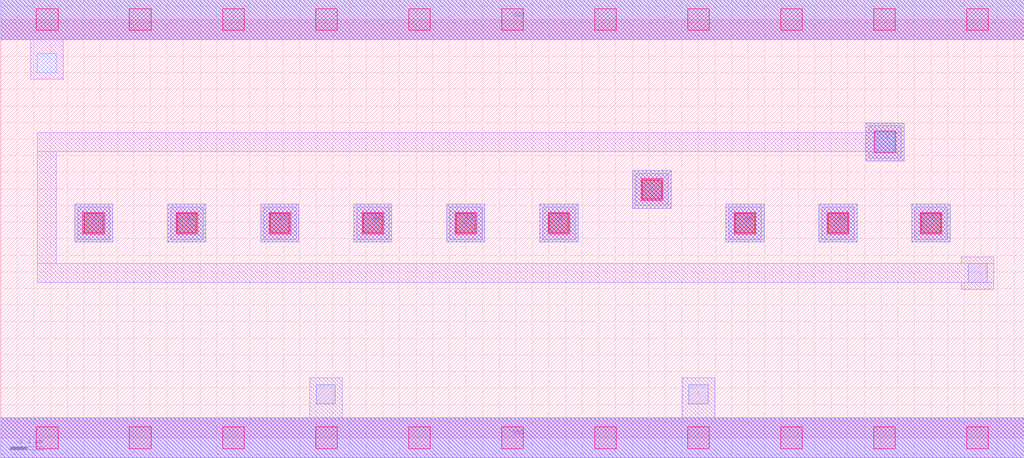
<source format=lef>
MACRO AAAOI333
 CLASS CORE ;
 FOREIGN AAAOI333 0 0 ;
 SIZE 12.32 BY 5.04 ;
 ORIGIN 0 0 ;
 SYMMETRY X Y R90 ;
 SITE unit ;
  PIN VDD
   DIRECTION INOUT ;
   USE POWER ;
   SHAPE ABUTMENT ;
    PORT
     CLASS CORE ;
       LAYER met1 ;
        RECT 0.00000000 4.80000000 12.32000000 5.28000000 ;
       LAYER met2 ;
        RECT 0.00000000 4.80000000 12.32000000 5.28000000 ;
    END
  END VDD

  PIN GND
   DIRECTION INOUT ;
   USE POWER ;
   SHAPE ABUTMENT ;
    PORT
     CLASS CORE ;
       LAYER met1 ;
        RECT 0.00000000 -0.24000000 12.32000000 0.24000000 ;
       LAYER met2 ;
        RECT 0.00000000 -0.24000000 12.32000000 0.24000000 ;
    END
  END GND

  PIN Y
   DIRECTION INOUT ;
   USE SIGNAL ;
   SHAPE ABUTMENT ;
    PORT
     CLASS CORE ;
       LAYER met2 ;
        RECT 10.41500000 3.33500000 10.87500000 3.79500000 ;
    END
  END Y

  PIN C
   DIRECTION INOUT ;
   USE SIGNAL ;
   SHAPE ABUTMENT ;
    PORT
     CLASS CORE ;
       LAYER met2 ;
        RECT 0.89000000 2.35700000 1.35000000 2.81700000 ;
    END
  END C

  PIN A1
   DIRECTION INOUT ;
   USE SIGNAL ;
   SHAPE ABUTMENT ;
    PORT
     CLASS CORE ;
       LAYER met2 ;
        RECT 9.85000000 2.35700000 10.31000000 2.81700000 ;
    END
  END A1

  PIN B2
   DIRECTION INOUT ;
   USE SIGNAL ;
   SHAPE ABUTMENT ;
    PORT
     CLASS CORE ;
       LAYER met2 ;
        RECT 4.25000000 2.35700000 4.71000000 2.81700000 ;
    END
  END B2

  PIN A
   DIRECTION INOUT ;
   USE SIGNAL ;
   SHAPE ABUTMENT ;
    PORT
     CLASS CORE ;
       LAYER met2 ;
        RECT 7.61000000 2.76200000 8.07000000 3.22200000 ;
       LAYER met2 ;
        RECT 10.97000000 2.35700000 11.43000000 2.81700000 ;
    END
  END A

  PIN B
   DIRECTION INOUT ;
   USE SIGNAL ;
   SHAPE ABUTMENT ;
    PORT
     CLASS CORE ;
       LAYER met2 ;
        RECT 6.49000000 2.35700000 6.95000000 2.81700000 ;
    END
  END B

  PIN C1
   DIRECTION INOUT ;
   USE SIGNAL ;
   SHAPE ABUTMENT ;
    PORT
     CLASS CORE ;
       LAYER met2 ;
        RECT 2.01000000 2.35700000 2.47000000 2.81700000 ;
    END
  END C1

  PIN C2
   DIRECTION INOUT ;
   USE SIGNAL ;
   SHAPE ABUTMENT ;
    PORT
     CLASS CORE ;
       LAYER met2 ;
        RECT 3.13000000 2.35700000 3.59000000 2.81700000 ;
    END
  END C2

  PIN B1
   DIRECTION INOUT ;
   USE SIGNAL ;
   SHAPE ABUTMENT ;
    PORT
     CLASS CORE ;
       LAYER met2 ;
        RECT 5.37000000 2.35700000 5.83000000 2.81700000 ;
    END
  END B1

  PIN A2
   DIRECTION INOUT ;
   USE SIGNAL ;
   SHAPE ABUTMENT ;
    PORT
     CLASS CORE ;
       LAYER met2 ;
        RECT 8.73000000 2.35700000 9.19000000 2.81700000 ;
    END
  END A2

 OBS
    LAYER polycont ;
     RECT 1.00500000 2.47200000 1.23500000 2.70200000 ;
     RECT 2.12500000 2.47200000 2.35500000 2.70200000 ;
     RECT 3.24500000 2.47200000 3.47500000 2.70200000 ;
     RECT 4.36500000 2.47200000 4.59500000 2.70200000 ;
     RECT 5.48500000 2.47200000 5.71500000 2.70200000 ;
     RECT 6.60500000 2.47200000 6.83500000 2.70200000 ;
     RECT 8.84500000 2.47200000 9.07500000 2.70200000 ;
     RECT 9.96500000 2.47200000 10.19500000 2.70200000 ;
     RECT 11.08500000 2.47200000 11.31500000 2.70200000 ;
     RECT 7.72500000 2.87700000 7.95500000 3.10700000 ;

    LAYER pdiffc ;
     RECT 10.53000000 3.45000000 10.76000000 3.68000000 ;
     RECT 0.44000000 4.40000000 0.67000000 4.63000000 ;

    LAYER ndiffc ;
     RECT 3.80000000 0.41000000 4.03000000 0.64000000 ;
     RECT 8.28500000 0.41000000 8.51500000 0.64000000 ;
     RECT 11.64500000 1.87000000 11.87500000 2.10000000 ;

    LAYER met1 ;
     RECT 0.00000000 -0.24000000 12.32000000 0.24000000 ;
     RECT 3.72000000 0.24000000 4.11000000 0.72000000 ;
     RECT 8.20500000 0.24000000 8.59500000 0.72000000 ;
     RECT 0.92500000 2.39200000 1.31500000 2.78200000 ;
     RECT 2.04500000 2.39200000 2.43500000 2.78200000 ;
     RECT 3.16500000 2.39200000 3.55500000 2.78200000 ;
     RECT 4.28500000 2.39200000 4.67500000 2.78200000 ;
     RECT 5.40500000 2.39200000 5.79500000 2.78200000 ;
     RECT 6.52500000 2.39200000 6.91500000 2.78200000 ;
     RECT 8.76500000 2.39200000 9.15500000 2.78200000 ;
     RECT 9.88500000 2.39200000 10.27500000 2.78200000 ;
     RECT 11.00500000 2.39200000 11.39500000 2.78200000 ;
     RECT 7.64500000 2.79700000 8.03500000 3.18700000 ;
     RECT 11.56500000 1.79000000 11.95500000 1.87000000 ;
     RECT 0.44000000 1.87000000 11.95500000 2.10000000 ;
     RECT 11.56500000 2.10000000 11.95500000 2.18000000 ;
     RECT 0.44000000 2.10000000 0.67000000 3.45000000 ;
     RECT 10.45000000 3.37000000 10.84000000 3.45000000 ;
     RECT 0.44000000 3.45000000 10.84000000 3.68000000 ;
     RECT 10.45000000 3.68000000 10.84000000 3.76000000 ;
     RECT 0.36000000 4.32000000 0.75000000 4.80000000 ;
     RECT 0.00000000 4.80000000 12.32000000 5.28000000 ;

    LAYER via1 ;
     RECT 0.43000000 -0.13000000 0.69000000 0.13000000 ;
     RECT 1.55000000 -0.13000000 1.81000000 0.13000000 ;
     RECT 2.67000000 -0.13000000 2.93000000 0.13000000 ;
     RECT 3.79000000 -0.13000000 4.05000000 0.13000000 ;
     RECT 4.91000000 -0.13000000 5.17000000 0.13000000 ;
     RECT 6.03000000 -0.13000000 6.29000000 0.13000000 ;
     RECT 7.15000000 -0.13000000 7.41000000 0.13000000 ;
     RECT 8.27000000 -0.13000000 8.53000000 0.13000000 ;
     RECT 9.39000000 -0.13000000 9.65000000 0.13000000 ;
     RECT 10.51000000 -0.13000000 10.77000000 0.13000000 ;
     RECT 11.63000000 -0.13000000 11.89000000 0.13000000 ;
     RECT 0.99000000 2.45700000 1.25000000 2.71700000 ;
     RECT 2.11000000 2.45700000 2.37000000 2.71700000 ;
     RECT 3.23000000 2.45700000 3.49000000 2.71700000 ;
     RECT 4.35000000 2.45700000 4.61000000 2.71700000 ;
     RECT 5.47000000 2.45700000 5.73000000 2.71700000 ;
     RECT 6.59000000 2.45700000 6.85000000 2.71700000 ;
     RECT 8.83000000 2.45700000 9.09000000 2.71700000 ;
     RECT 9.95000000 2.45700000 10.21000000 2.71700000 ;
     RECT 11.07000000 2.45700000 11.33000000 2.71700000 ;
     RECT 7.71000000 2.86200000 7.97000000 3.12200000 ;
     RECT 10.51500000 3.43500000 10.77500000 3.69500000 ;
     RECT 0.43000000 4.91000000 0.69000000 5.17000000 ;
     RECT 1.55000000 4.91000000 1.81000000 5.17000000 ;
     RECT 2.67000000 4.91000000 2.93000000 5.17000000 ;
     RECT 3.79000000 4.91000000 4.05000000 5.17000000 ;
     RECT 4.91000000 4.91000000 5.17000000 5.17000000 ;
     RECT 6.03000000 4.91000000 6.29000000 5.17000000 ;
     RECT 7.15000000 4.91000000 7.41000000 5.17000000 ;
     RECT 8.27000000 4.91000000 8.53000000 5.17000000 ;
     RECT 9.39000000 4.91000000 9.65000000 5.17000000 ;
     RECT 10.51000000 4.91000000 10.77000000 5.17000000 ;
     RECT 11.63000000 4.91000000 11.89000000 5.17000000 ;

    LAYER met2 ;
     RECT 0.00000000 -0.24000000 12.32000000 0.24000000 ;
     RECT 0.89000000 2.35700000 1.35000000 2.81700000 ;
     RECT 2.01000000 2.35700000 2.47000000 2.81700000 ;
     RECT 3.13000000 2.35700000 3.59000000 2.81700000 ;
     RECT 4.25000000 2.35700000 4.71000000 2.81700000 ;
     RECT 5.37000000 2.35700000 5.83000000 2.81700000 ;
     RECT 6.49000000 2.35700000 6.95000000 2.81700000 ;
     RECT 8.73000000 2.35700000 9.19000000 2.81700000 ;
     RECT 9.85000000 2.35700000 10.31000000 2.81700000 ;
     RECT 10.97000000 2.35700000 11.43000000 2.81700000 ;
     RECT 7.61000000 2.76200000 8.07000000 3.22200000 ;
     RECT 10.41500000 3.33500000 10.87500000 3.79500000 ;
     RECT 0.00000000 4.80000000 12.32000000 5.28000000 ;

 END
END AAAOI333

</source>
